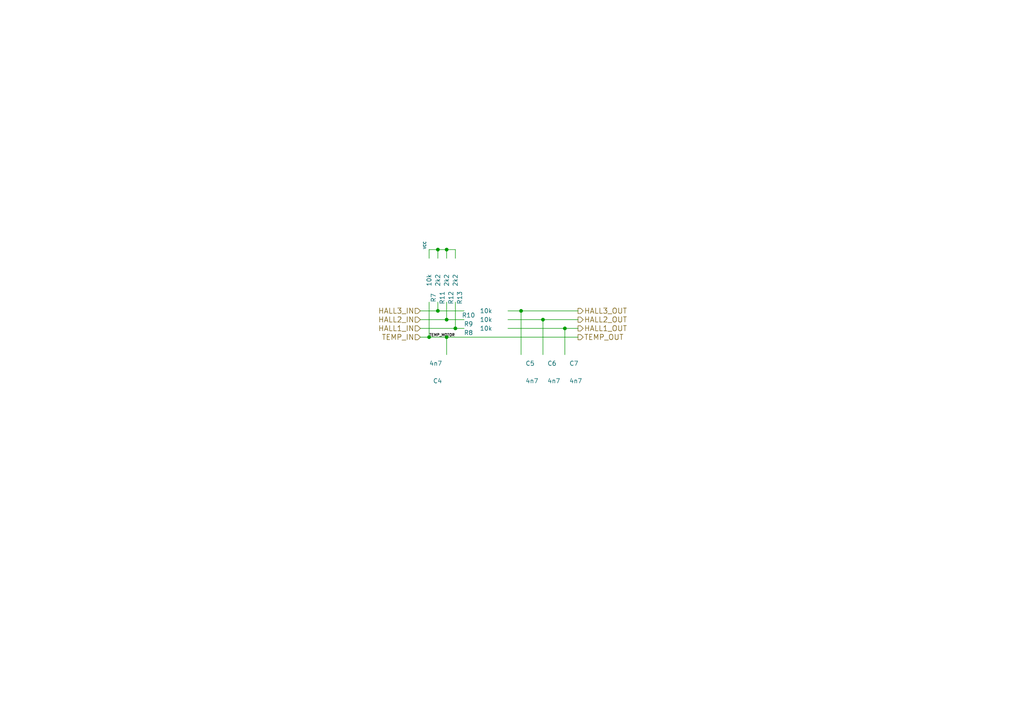
<source format=kicad_sch>
(kicad_sch (version 20230121) (generator eeschema)
  (paper "A4")
  (title_block (title "BLDC Driver 4.11") (date "21 aug 2015") (rev "4.12") (company "Benjamin Vedder"))
  (lib_symbols)
  (junction (at 157.48 92.71))
  (junction (at 129.54 92.71))
  (junction (at 129.54 97.79))
  (junction (at 163.83 95.25))
  (junction (at 124.46 97.79))
  (junction (at 132.08 95.25))
  (junction (at 129.54 72.39))
  (junction (at 127 90.17))
  (junction (at 151.13 90.17))
  (junction (at 127 72.39))
  (wire (pts (xy 147.32 90.17) (xy 151.13 90.17)))
  (wire (pts (xy 129.54 92.71) (xy 134.62 92.71)))
  (wire (pts (xy 124.46 72.39) (xy 124.46 74.93)))
  (wire (pts (xy 121.92 95.25) (xy 132.08 95.25)))
  (wire (pts (xy 124.46 72.39) (xy 127 72.39)))
  (wire (pts (xy 163.83 95.25) (xy 167.64 95.25)))
  (wire (pts (xy 127 74.93) (xy 127 72.39)))
  (wire (pts (xy 163.83 95.25) (xy 163.83 102.87)))
  (wire (pts (xy 129.54 87.63) (xy 129.54 92.71)))
  (wire (pts (xy 124.46 97.79) (xy 129.54 97.79)))
  (wire (pts (xy 129.54 72.39) (xy 129.54 74.93)))
  (wire (pts (xy 127 90.17) (xy 134.62 90.17)))
  (wire (pts (xy 121.92 97.79) (xy 124.46 97.79)))
  (wire (pts (xy 151.13 90.17) (xy 167.64 90.17)))
  (wire (pts (xy 129.54 72.39) (xy 132.08 72.39)))
  (wire (pts (xy 132.08 95.25) (xy 134.62 95.25)))
  (wire (pts (xy 129.54 97.79) (xy 129.54 102.87)))
  (wire (pts (xy 157.48 92.71) (xy 157.48 102.87)))
  (wire (pts (xy 157.48 92.71) (xy 167.64 92.71)))
  (wire (pts (xy 132.08 72.39) (xy 132.08 74.93)))
  (wire (pts (xy 121.92 92.71) (xy 129.54 92.71)))
  (wire (pts (xy 121.92 90.17) (xy 127 90.17)))
  (wire (pts (xy 147.32 95.25) (xy 163.83 95.25)))
  (wire (pts (xy 127 72.39) (xy 129.54 72.39)))
  (wire (pts (xy 129.54 97.79) (xy 167.64 97.79)))
  (wire (pts (xy 124.46 87.63) (xy 124.46 97.79)))
  (wire (pts (xy 147.32 92.71) (xy 157.48 92.71)))
  (wire (pts (xy 132.08 87.63) (xy 132.08 95.25)))
  (wire (pts (xy 127 87.63) (xy 127 90.17)))
  (wire (pts (xy 151.13 90.17) (xy 151.13 102.87)))
  (label "TEMP_MOTOR" (at 124.46 97.79 0) (effects (font (size 0.762 0.762))))
  (hierarchical_label "HALL3_IN" (shape input) (at 121.92 90.17 180) (effects (font (size 1.524 1.524))))
  (hierarchical_label "HALL1_IN" (shape input) (at 121.92 95.25 180) (effects (font (size 1.524 1.524))))
  (hierarchical_label "HALL2_IN" (shape input) (at 121.92 92.71 180) (effects (font (size 1.524 1.524))))
  (hierarchical_label "HALL2_OUT" (shape output) (at 167.64 92.71 0) (effects (font (size 1.524 1.524))))
  (hierarchical_label "HALL1_OUT" (shape output) (at 167.64 95.25 0) (effects (font (size 1.524 1.524))))
  (hierarchical_label "TEMP_IN" (shape input) (at 121.92 97.79 180) (effects (font (size 1.524 1.524))))
  (hierarchical_label "HALL3_OUT" (shape output) (at 167.64 90.17 0) (effects (font (size 1.524 1.524))))
  (hierarchical_label "TEMP_OUT" (shape output) (at 167.64 97.79 0) (effects (font (size 1.524 1.524))))
  (symbol (lib_id "R-RESCUE-BLDC_4") (at 124.46 81.28 180) (unit 1)
    (property "Reference" "R7" (at 125.73 86.36 90))
    (property "Value" "10k" (at 124.46 81.28 90))
    (property "Footprint" "CRF1:SMD-0603_r" (effects hide))
  )
  (symbol (lib_id "R-RESCUE-BLDC_4") (at 140.97 95.25 90) (unit 1)
    (property "Reference" "R8" (at 135.89 96.52 90))
    (property "Value" "10k" (at 140.97 95.25 90))
    (property "Footprint" "CRF1:SMD-0603_r" (effects hide))
  )
  (symbol (lib_id "R-RESCUE-BLDC_4") (at 140.97 92.71 90) (unit 1)
    (property "Reference" "R9" (at 135.89 93.98 90))
    (property "Value" "10k" (at 140.97 92.71 90))
    (property "Footprint" "CRF1:SMD-0603_r" (effects hide))
  )
  (symbol (lib_id "R-RESCUE-BLDC_4") (at 140.97 90.17 90) (unit 1)
    (property "Reference" "R10" (at 135.89 91.44 90))
    (property "Value" "10k" (at 140.97 90.17 90))
    (property "Footprint" "CRF1:SMD-0603_r" (effects hide))
  )
  (symbol (lib_id "C-RESCUE-BLDC_4") (at 151.13 107.95 0) (unit 1)
    (property "Reference" "C5" (at 152.4 105.41 0) (effects (justify left)))
    (property "Value" "4n7" (at 152.4 110.49 0) (effects (justify left)))
    (property "Footprint" "CRF1:SMD-0603_c" (effects hide))
  )
  (symbol (lib_id "C-RESCUE-BLDC_4") (at 157.48 107.95 0) (unit 1)
    (property "Reference" "C6" (at 158.75 105.41 0) (effects (justify left)))
    (property "Value" "4n7" (at 158.75 110.49 0) (effects (justify left)))
    (property "Footprint" "CRF1:SMD-0603_c" (effects hide))
  )
  (symbol (lib_id "C-RESCUE-BLDC_4") (at 163.83 107.95 0) (unit 1)
    (property "Reference" "C7" (at 165.1 105.41 0) (effects (justify left)))
    (property "Value" "4n7" (at 165.1 110.49 0) (effects (justify left)))
    (property "Footprint" "CRF1:SMD-0603_c" (effects hide))
  )
  (symbol (lib_id "GND-RESCUE-BLDC_4") (at 151.13 113.03 0) (unit 1)
    (property "Reference" "#PWR030" (effects hide))
    (property "Value" "GND" (effects hide))
  )
  (symbol (lib_id "R-RESCUE-BLDC_4") (at 127 81.28 180) (unit 1)
    (property "Reference" "R11" (at 128.27 86.36 90))
    (property "Value" "2k2" (at 127 81.28 90))
    (property "Footprint" "CRF1:SMD-0603_r" (effects hide))
  )
  (symbol (lib_id "R-RESCUE-BLDC_4") (at 129.54 81.28 180) (unit 1)
    (property "Reference" "R12" (at 130.81 86.36 90))
    (property "Value" "2k2" (at 129.54 81.28 90))
    (property "Footprint" "CRF1:SMD-0603_r" (effects hide))
  )
  (symbol (lib_id "R-RESCUE-BLDC_4") (at 132.08 81.28 180) (unit 1)
    (property "Reference" "R13" (at 133.35 86.36 90))
    (property "Value" "2k2" (at 132.08 81.28 90))
    (property "Footprint" "CRF1:SMD-0603_r" (effects hide))
  )
  (symbol (lib_id "C-RESCUE-BLDC_4") (at 129.54 107.95 180) (unit 1)
    (property "Reference" "C4" (at 128.27 110.49 0) (effects (justify left)))
    (property "Value" "4n7" (at 128.27 105.41 0) (effects (justify left)))
    (property "Footprint" "CRF1:SMD-0603_c" (effects hide))
  )
  (symbol (lib_id "GND-RESCUE-BLDC_4") (at 129.54 113.03 0) (unit 1)
    (property "Reference" "#PWR031" (effects hide))
    (property "Value" "GND" (effects hide))
  )
  (symbol (lib_id "VCC") (at 124.46 72.39 0) (unit 1)
    (property "Reference" "#PWR032" (effects hide))
    (property "Value" "VCC" (at 123.19 71.12 90) (effects (font (size 0.762 0.762))))
  )
  (symbol (lib_id "GND-RESCUE-BLDC_4") (at 157.48 113.03 0) (unit 1)
    (property "Reference" "#PWR033" (effects hide))
    (property "Value" "GND" (effects hide))
  )
  (symbol (lib_id "GND-RESCUE-BLDC_4") (at 163.83 113.03 0) (unit 1)
    (property "Reference" "#PWR034" (effects hide))
    (property "Value" "GND" (effects hide))
  )
)
</source>
